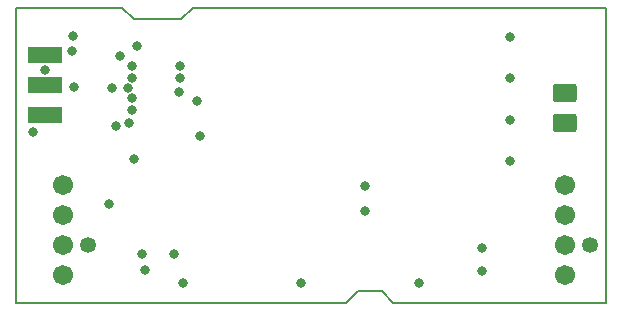
<source format=gbs>
G04 FreePCB version 1.359*
G04 Z:\electronic designs\fancontroller\CAM-rev1\bottom_solder_mask.grb*
G04 bottom solder mask layer *
G04 Scale: 100 percent, Rotated: No, Reflected: No *
%FSLAX24Y24*%
%MOIN*%
%LN bottom solder mask *%
G04 Rounded Rectangle Macro, params: W/2, H/2, R *
%AMRNDREC*
21,1,$1+$1,$2+$2-$3-$3,0,0,0*
21,1,$1+$1-$3-$3,$2+$2,0,0,0*
1,1,$3+$3,$1-$3,$2-$3*
1,1,$3+$3,$3-$1,$2-$3*
1,1,$3+$3,$1-$3,$3-$2*
1,1,$3+$3,$3-$1,$3-$2*%
G04 Rectangular Thermal Macro, params: W/2, H/2, T/2 *
%AMRECTHERM*
$4=$3/2*
21,1,$1-$3,$2-$3,0-$1/2-$4,0-$2/2-$4,0*
21,1,$1-$3,$2-$3,0-$1/2-$4,$2/2+$4,0*
21,1,$1-$3,$2-$3,$1/2+$4,0-$2/2-$4,0*
21,1,$1-$3,$2-$3,$1/2+$4,$2/2+$4,0*%
%ADD10C,0.005000*%
%ADD11RNDREC,0.041370X0.031528X0.013811*%
%ADD12C,0.066992*%
%ADD13C,0.053213*%
%ADD14R,0.114236X0.054000*%
%ADD15C,0.032000*%
G90*
G70D02*

G04 Step and Repeat for panelization *

G04 ----------------------- Draw board outline (positive)*
%LPD*%
G54D10*
G01X0Y0D02*
G01X10984Y0D01*
G04 end of side 1*
G01X11023Y0D01*
G04 end of side 2*
G01X11417Y393D01*
G04 end of side 3*
G01X12204Y393D01*
G04 end of side 4*
G01X12598Y0D01*
G04 end of side 5*
G01X19685Y0D01*
G04 end of side 6*
G01X19685Y9842D01*
G04 end of side 7*
G01X5905Y9842D01*
G04 end of side 8*
G01X5511Y9448D01*
G04 end of side 9*
G01X3937Y9448D01*
G04 end of side 10*
G01X3543Y9842D01*
G04 end of side 11*
G01X0Y9842D01*
G04 end of side 12*
G01X0Y0D01*

G04 -------------- Draw Parts, Pads, Traces, Vias and Text (positive)*
%LPD*%
G04 Draw part C1*
G04 Draw part U1*
G04 Draw part J2*
G04 Draw part J1*
G04 Draw part DD1*
G04 Draw part R6*
G04 Draw part T1*
G04 Draw part U2*
G04 Draw part S2*
G04 Draw part S1*
G04 Draw part S3*
G04 Draw part D1*
G04 Draw part R1*
G04 Draw part D2*
G04 Draw part R2*
G04 Draw part D3*
G04 Draw part R3*
G04 Draw part D4*
G04 Draw part R4*
G04 Draw part U3*
G54D11*
G01X18307Y6988D03*
G01X18307Y6003D03*
G04 Draw part R7*
G04 Draw part R5*
G04 Draw part K1*
G54D12*
G01X1574Y3937D03*
G01X1574Y2937D03*
G01X1574Y1937D03*
G01X1574Y937D03*
G54D13*
G01X2425Y1937D03*
G04 Draw part K2*
G54D12*
G01X18307Y3937D03*
G01X18307Y2937D03*
G01X18307Y1937D03*
G01X18307Y937D03*
G54D13*
G01X19157Y1937D03*
G04 Draw part K3*
G54D14*
G01X984Y8267D03*
G01X984Y7267D03*
G01X984Y6267D03*
G04 Draw part J6*
G04 Draw part J5*
G04 Draw part J8*
G04 Draw part J7*
G04 Draw part J4*
G04 Draw part J3*
G04 Draw part C2*
G04 Draw part J9*
G04 Draw part LOGO*

G04 Draw traces*
G54D15*
G01X3110Y3287D03*
G01X11653Y3070D03*
G01X5472Y7480D03*
G01X3877Y7480D03*
G01X5472Y7893D03*
G01X3877Y7893D03*
G01X1929Y8897D03*
G01X984Y7775D03*
G01X9507Y649D03*
G01X13444Y649D03*
G01X5570Y649D03*
G01X4330Y1102D03*
G01X13444Y649D03*
G01X3346Y5905D03*
G01X3937Y4803D03*
G01X590Y5708D03*
G01X16476Y8858D03*
G01X16476Y7480D03*
G01X16476Y6102D03*
G01X16476Y4724D03*
G01X11653Y3897D03*
G01X1870Y8405D03*
G01X5295Y1633D03*
G01X4212Y1633D03*
G01X3779Y5984D03*
G01X3484Y8228D03*
G01X6161Y5551D03*
G01X3877Y6417D03*
G01X5433Y7027D03*
G01X3740Y7165D03*
G01X3228Y7165D03*
G01X6062Y6732D03*
G01X3877Y6830D03*
G01X1948Y7204D03*
G01X4035Y8562D03*
G01X15551Y1830D03*
G01X15551Y1062D03*

G04 Draw Text*

G04 Draw solder mask cutouts*
M00*
M02*

</source>
